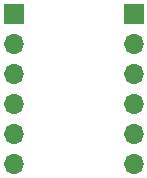
<source format=gbs>
%TF.GenerationSoftware,KiCad,Pcbnew,(5.1.6-0-10_14)*%
%TF.CreationDate,2020-09-09T09:44:54+09:00*%
%TF.ProjectId,qPCR-spi_switcher,71504352-2d73-4706-995f-737769746368,rev?*%
%TF.SameCoordinates,Original*%
%TF.FileFunction,Soldermask,Bot*%
%TF.FilePolarity,Negative*%
%FSLAX46Y46*%
G04 Gerber Fmt 4.6, Leading zero omitted, Abs format (unit mm)*
G04 Created by KiCad (PCBNEW (5.1.6-0-10_14)) date 2020-09-09 09:44:54*
%MOMM*%
%LPD*%
G01*
G04 APERTURE LIST*
%ADD10O,1.700000X1.700000*%
%ADD11R,1.700000X1.700000*%
G04 APERTURE END LIST*
D10*
%TO.C,J1*%
X101600000Y-76200000D03*
X101600000Y-73660000D03*
X101600000Y-71120000D03*
X101600000Y-68580000D03*
X101600000Y-66040000D03*
D11*
X101600000Y-63500000D03*
%TD*%
%TO.C,J2*%
X111760000Y-63500000D03*
D10*
X111760000Y-66040000D03*
X111760000Y-68580000D03*
X111760000Y-71120000D03*
X111760000Y-73660000D03*
X111760000Y-76200000D03*
%TD*%
M02*

</source>
